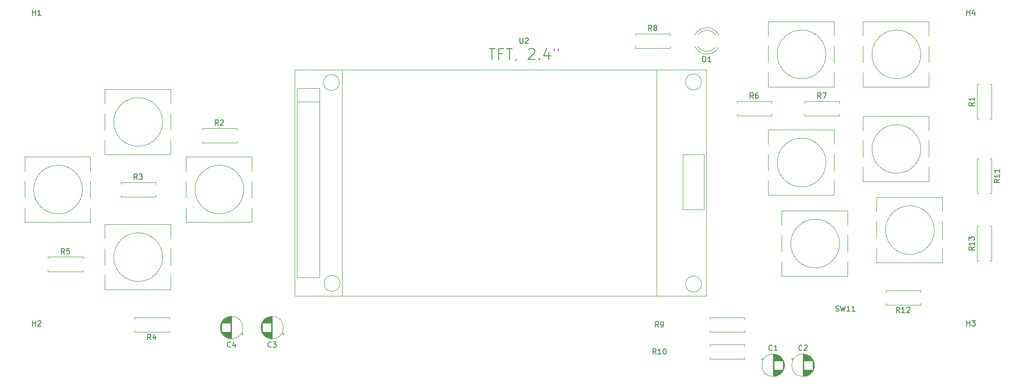
<source format=gbr>
%TF.GenerationSoftware,KiCad,Pcbnew,7.0.5-0*%
%TF.CreationDate,2023-06-25T23:04:33+03:00*%
%TF.ProjectId,esp32_game,65737033-325f-4676-916d-652e6b696361,rev?*%
%TF.SameCoordinates,Original*%
%TF.FileFunction,Legend,Top*%
%TF.FilePolarity,Positive*%
%FSLAX46Y46*%
G04 Gerber Fmt 4.6, Leading zero omitted, Abs format (unit mm)*
G04 Created by KiCad (PCBNEW 7.0.5-0) date 2023-06-25 23:04:33*
%MOMM*%
%LPD*%
G01*
G04 APERTURE LIST*
%ADD10C,0.150000*%
%ADD11C,0.120000*%
G04 APERTURE END LIST*
D10*
%TO.C,U2*%
X138938095Y-29934819D02*
X138938095Y-30744342D01*
X138938095Y-30744342D02*
X138985714Y-30839580D01*
X138985714Y-30839580D02*
X139033333Y-30887200D01*
X139033333Y-30887200D02*
X139128571Y-30934819D01*
X139128571Y-30934819D02*
X139319047Y-30934819D01*
X139319047Y-30934819D02*
X139414285Y-30887200D01*
X139414285Y-30887200D02*
X139461904Y-30839580D01*
X139461904Y-30839580D02*
X139509523Y-30744342D01*
X139509523Y-30744342D02*
X139509523Y-29934819D01*
X139938095Y-30030057D02*
X139985714Y-29982438D01*
X139985714Y-29982438D02*
X140080952Y-29934819D01*
X140080952Y-29934819D02*
X140319047Y-29934819D01*
X140319047Y-29934819D02*
X140414285Y-29982438D01*
X140414285Y-29982438D02*
X140461904Y-30030057D01*
X140461904Y-30030057D02*
X140509523Y-30125295D01*
X140509523Y-30125295D02*
X140509523Y-30220533D01*
X140509523Y-30220533D02*
X140461904Y-30363390D01*
X140461904Y-30363390D02*
X139890476Y-30934819D01*
X139890476Y-30934819D02*
X140509523Y-30934819D01*
X133128570Y-31937438D02*
X134271427Y-31937438D01*
X133699998Y-33937438D02*
X133699998Y-31937438D01*
X135604761Y-32889819D02*
X134938094Y-32889819D01*
X134938094Y-33937438D02*
X134938094Y-31937438D01*
X134938094Y-31937438D02*
X135890475Y-31937438D01*
X136366666Y-31937438D02*
X137509523Y-31937438D01*
X136938094Y-33937438D02*
X136938094Y-31937438D01*
X138271428Y-33842200D02*
X138271428Y-33937438D01*
X138271428Y-33937438D02*
X138176190Y-34127914D01*
X138176190Y-34127914D02*
X138080952Y-34223152D01*
X140557143Y-32127914D02*
X140652381Y-32032676D01*
X140652381Y-32032676D02*
X140842857Y-31937438D01*
X140842857Y-31937438D02*
X141319048Y-31937438D01*
X141319048Y-31937438D02*
X141509524Y-32032676D01*
X141509524Y-32032676D02*
X141604762Y-32127914D01*
X141604762Y-32127914D02*
X141700000Y-32318390D01*
X141700000Y-32318390D02*
X141700000Y-32508866D01*
X141700000Y-32508866D02*
X141604762Y-32794580D01*
X141604762Y-32794580D02*
X140461905Y-33937438D01*
X140461905Y-33937438D02*
X141700000Y-33937438D01*
X142557143Y-33746961D02*
X142652381Y-33842200D01*
X142652381Y-33842200D02*
X142557143Y-33937438D01*
X142557143Y-33937438D02*
X142461905Y-33842200D01*
X142461905Y-33842200D02*
X142557143Y-33746961D01*
X142557143Y-33746961D02*
X142557143Y-33937438D01*
X144366667Y-32604104D02*
X144366667Y-33937438D01*
X143890476Y-31842200D02*
X143414286Y-33270771D01*
X143414286Y-33270771D02*
X144652381Y-33270771D01*
X145319048Y-31937438D02*
X145319048Y-32318390D01*
X146080953Y-31937438D02*
X146080953Y-32318390D01*
%TO.C,SW11*%
X198170476Y-81227200D02*
X198313333Y-81274819D01*
X198313333Y-81274819D02*
X198551428Y-81274819D01*
X198551428Y-81274819D02*
X198646666Y-81227200D01*
X198646666Y-81227200D02*
X198694285Y-81179580D01*
X198694285Y-81179580D02*
X198741904Y-81084342D01*
X198741904Y-81084342D02*
X198741904Y-80989104D01*
X198741904Y-80989104D02*
X198694285Y-80893866D01*
X198694285Y-80893866D02*
X198646666Y-80846247D01*
X198646666Y-80846247D02*
X198551428Y-80798628D01*
X198551428Y-80798628D02*
X198360952Y-80751009D01*
X198360952Y-80751009D02*
X198265714Y-80703390D01*
X198265714Y-80703390D02*
X198218095Y-80655771D01*
X198218095Y-80655771D02*
X198170476Y-80560533D01*
X198170476Y-80560533D02*
X198170476Y-80465295D01*
X198170476Y-80465295D02*
X198218095Y-80370057D01*
X198218095Y-80370057D02*
X198265714Y-80322438D01*
X198265714Y-80322438D02*
X198360952Y-80274819D01*
X198360952Y-80274819D02*
X198599047Y-80274819D01*
X198599047Y-80274819D02*
X198741904Y-80322438D01*
X199075238Y-80274819D02*
X199313333Y-81274819D01*
X199313333Y-81274819D02*
X199503809Y-80560533D01*
X199503809Y-80560533D02*
X199694285Y-81274819D01*
X199694285Y-81274819D02*
X199932381Y-80274819D01*
X200837142Y-81274819D02*
X200265714Y-81274819D01*
X200551428Y-81274819D02*
X200551428Y-80274819D01*
X200551428Y-80274819D02*
X200456190Y-80417676D01*
X200456190Y-80417676D02*
X200360952Y-80512914D01*
X200360952Y-80512914D02*
X200265714Y-80560533D01*
X201789523Y-81274819D02*
X201218095Y-81274819D01*
X201503809Y-81274819D02*
X201503809Y-80274819D01*
X201503809Y-80274819D02*
X201408571Y-80417676D01*
X201408571Y-80417676D02*
X201313333Y-80512914D01*
X201313333Y-80512914D02*
X201218095Y-80560533D01*
%TO.C,H4*%
X222758095Y-25634819D02*
X222758095Y-24634819D01*
X222758095Y-25111009D02*
X223329523Y-25111009D01*
X223329523Y-25634819D02*
X223329523Y-24634819D01*
X224234285Y-24968152D02*
X224234285Y-25634819D01*
X223996190Y-24587200D02*
X223758095Y-25301485D01*
X223758095Y-25301485D02*
X224377142Y-25301485D01*
%TO.C,H3*%
X222758095Y-84054819D02*
X222758095Y-83054819D01*
X222758095Y-83531009D02*
X223329523Y-83531009D01*
X223329523Y-84054819D02*
X223329523Y-83054819D01*
X223710476Y-83054819D02*
X224329523Y-83054819D01*
X224329523Y-83054819D02*
X223996190Y-83435771D01*
X223996190Y-83435771D02*
X224139047Y-83435771D01*
X224139047Y-83435771D02*
X224234285Y-83483390D01*
X224234285Y-83483390D02*
X224281904Y-83531009D01*
X224281904Y-83531009D02*
X224329523Y-83626247D01*
X224329523Y-83626247D02*
X224329523Y-83864342D01*
X224329523Y-83864342D02*
X224281904Y-83959580D01*
X224281904Y-83959580D02*
X224234285Y-84007200D01*
X224234285Y-84007200D02*
X224139047Y-84054819D01*
X224139047Y-84054819D02*
X223853333Y-84054819D01*
X223853333Y-84054819D02*
X223758095Y-84007200D01*
X223758095Y-84007200D02*
X223710476Y-83959580D01*
%TO.C,H2*%
X47498095Y-84054819D02*
X47498095Y-83054819D01*
X47498095Y-83531009D02*
X48069523Y-83531009D01*
X48069523Y-84054819D02*
X48069523Y-83054819D01*
X48498095Y-83150057D02*
X48545714Y-83102438D01*
X48545714Y-83102438D02*
X48640952Y-83054819D01*
X48640952Y-83054819D02*
X48879047Y-83054819D01*
X48879047Y-83054819D02*
X48974285Y-83102438D01*
X48974285Y-83102438D02*
X49021904Y-83150057D01*
X49021904Y-83150057D02*
X49069523Y-83245295D01*
X49069523Y-83245295D02*
X49069523Y-83340533D01*
X49069523Y-83340533D02*
X49021904Y-83483390D01*
X49021904Y-83483390D02*
X48450476Y-84054819D01*
X48450476Y-84054819D02*
X49069523Y-84054819D01*
%TO.C,H1*%
X47498095Y-25634819D02*
X47498095Y-24634819D01*
X47498095Y-25111009D02*
X48069523Y-25111009D01*
X48069523Y-25634819D02*
X48069523Y-24634819D01*
X49069523Y-25634819D02*
X48498095Y-25634819D01*
X48783809Y-25634819D02*
X48783809Y-24634819D01*
X48783809Y-24634819D02*
X48688571Y-24777676D01*
X48688571Y-24777676D02*
X48593333Y-24872914D01*
X48593333Y-24872914D02*
X48498095Y-24920533D01*
%TO.C,R8*%
X163663333Y-28564819D02*
X163330000Y-28088628D01*
X163091905Y-28564819D02*
X163091905Y-27564819D01*
X163091905Y-27564819D02*
X163472857Y-27564819D01*
X163472857Y-27564819D02*
X163568095Y-27612438D01*
X163568095Y-27612438D02*
X163615714Y-27660057D01*
X163615714Y-27660057D02*
X163663333Y-27755295D01*
X163663333Y-27755295D02*
X163663333Y-27898152D01*
X163663333Y-27898152D02*
X163615714Y-27993390D01*
X163615714Y-27993390D02*
X163568095Y-28041009D01*
X163568095Y-28041009D02*
X163472857Y-28088628D01*
X163472857Y-28088628D02*
X163091905Y-28088628D01*
X164234762Y-27993390D02*
X164139524Y-27945771D01*
X164139524Y-27945771D02*
X164091905Y-27898152D01*
X164091905Y-27898152D02*
X164044286Y-27802914D01*
X164044286Y-27802914D02*
X164044286Y-27755295D01*
X164044286Y-27755295D02*
X164091905Y-27660057D01*
X164091905Y-27660057D02*
X164139524Y-27612438D01*
X164139524Y-27612438D02*
X164234762Y-27564819D01*
X164234762Y-27564819D02*
X164425238Y-27564819D01*
X164425238Y-27564819D02*
X164520476Y-27612438D01*
X164520476Y-27612438D02*
X164568095Y-27660057D01*
X164568095Y-27660057D02*
X164615714Y-27755295D01*
X164615714Y-27755295D02*
X164615714Y-27802914D01*
X164615714Y-27802914D02*
X164568095Y-27898152D01*
X164568095Y-27898152D02*
X164520476Y-27945771D01*
X164520476Y-27945771D02*
X164425238Y-27993390D01*
X164425238Y-27993390D02*
X164234762Y-27993390D01*
X164234762Y-27993390D02*
X164139524Y-28041009D01*
X164139524Y-28041009D02*
X164091905Y-28088628D01*
X164091905Y-28088628D02*
X164044286Y-28183866D01*
X164044286Y-28183866D02*
X164044286Y-28374342D01*
X164044286Y-28374342D02*
X164091905Y-28469580D01*
X164091905Y-28469580D02*
X164139524Y-28517200D01*
X164139524Y-28517200D02*
X164234762Y-28564819D01*
X164234762Y-28564819D02*
X164425238Y-28564819D01*
X164425238Y-28564819D02*
X164520476Y-28517200D01*
X164520476Y-28517200D02*
X164568095Y-28469580D01*
X164568095Y-28469580D02*
X164615714Y-28374342D01*
X164615714Y-28374342D02*
X164615714Y-28183866D01*
X164615714Y-28183866D02*
X164568095Y-28088628D01*
X164568095Y-28088628D02*
X164520476Y-28041009D01*
X164520476Y-28041009D02*
X164425238Y-27993390D01*
%TO.C,R12*%
X210177142Y-81564819D02*
X209843809Y-81088628D01*
X209605714Y-81564819D02*
X209605714Y-80564819D01*
X209605714Y-80564819D02*
X209986666Y-80564819D01*
X209986666Y-80564819D02*
X210081904Y-80612438D01*
X210081904Y-80612438D02*
X210129523Y-80660057D01*
X210129523Y-80660057D02*
X210177142Y-80755295D01*
X210177142Y-80755295D02*
X210177142Y-80898152D01*
X210177142Y-80898152D02*
X210129523Y-80993390D01*
X210129523Y-80993390D02*
X210081904Y-81041009D01*
X210081904Y-81041009D02*
X209986666Y-81088628D01*
X209986666Y-81088628D02*
X209605714Y-81088628D01*
X211129523Y-81564819D02*
X210558095Y-81564819D01*
X210843809Y-81564819D02*
X210843809Y-80564819D01*
X210843809Y-80564819D02*
X210748571Y-80707676D01*
X210748571Y-80707676D02*
X210653333Y-80802914D01*
X210653333Y-80802914D02*
X210558095Y-80850533D01*
X211510476Y-80660057D02*
X211558095Y-80612438D01*
X211558095Y-80612438D02*
X211653333Y-80564819D01*
X211653333Y-80564819D02*
X211891428Y-80564819D01*
X211891428Y-80564819D02*
X211986666Y-80612438D01*
X211986666Y-80612438D02*
X212034285Y-80660057D01*
X212034285Y-80660057D02*
X212081904Y-80755295D01*
X212081904Y-80755295D02*
X212081904Y-80850533D01*
X212081904Y-80850533D02*
X212034285Y-80993390D01*
X212034285Y-80993390D02*
X211462857Y-81564819D01*
X211462857Y-81564819D02*
X212081904Y-81564819D01*
%TO.C,R9*%
X164933333Y-84274819D02*
X164600000Y-83798628D01*
X164361905Y-84274819D02*
X164361905Y-83274819D01*
X164361905Y-83274819D02*
X164742857Y-83274819D01*
X164742857Y-83274819D02*
X164838095Y-83322438D01*
X164838095Y-83322438D02*
X164885714Y-83370057D01*
X164885714Y-83370057D02*
X164933333Y-83465295D01*
X164933333Y-83465295D02*
X164933333Y-83608152D01*
X164933333Y-83608152D02*
X164885714Y-83703390D01*
X164885714Y-83703390D02*
X164838095Y-83751009D01*
X164838095Y-83751009D02*
X164742857Y-83798628D01*
X164742857Y-83798628D02*
X164361905Y-83798628D01*
X165409524Y-84274819D02*
X165600000Y-84274819D01*
X165600000Y-84274819D02*
X165695238Y-84227200D01*
X165695238Y-84227200D02*
X165742857Y-84179580D01*
X165742857Y-84179580D02*
X165838095Y-84036723D01*
X165838095Y-84036723D02*
X165885714Y-83846247D01*
X165885714Y-83846247D02*
X165885714Y-83465295D01*
X165885714Y-83465295D02*
X165838095Y-83370057D01*
X165838095Y-83370057D02*
X165790476Y-83322438D01*
X165790476Y-83322438D02*
X165695238Y-83274819D01*
X165695238Y-83274819D02*
X165504762Y-83274819D01*
X165504762Y-83274819D02*
X165409524Y-83322438D01*
X165409524Y-83322438D02*
X165361905Y-83370057D01*
X165361905Y-83370057D02*
X165314286Y-83465295D01*
X165314286Y-83465295D02*
X165314286Y-83703390D01*
X165314286Y-83703390D02*
X165361905Y-83798628D01*
X165361905Y-83798628D02*
X165409524Y-83846247D01*
X165409524Y-83846247D02*
X165504762Y-83893866D01*
X165504762Y-83893866D02*
X165695238Y-83893866D01*
X165695238Y-83893866D02*
X165790476Y-83846247D01*
X165790476Y-83846247D02*
X165838095Y-83798628D01*
X165838095Y-83798628D02*
X165885714Y-83703390D01*
%TO.C,R4*%
X69683333Y-86644819D02*
X69350000Y-86168628D01*
X69111905Y-86644819D02*
X69111905Y-85644819D01*
X69111905Y-85644819D02*
X69492857Y-85644819D01*
X69492857Y-85644819D02*
X69588095Y-85692438D01*
X69588095Y-85692438D02*
X69635714Y-85740057D01*
X69635714Y-85740057D02*
X69683333Y-85835295D01*
X69683333Y-85835295D02*
X69683333Y-85978152D01*
X69683333Y-85978152D02*
X69635714Y-86073390D01*
X69635714Y-86073390D02*
X69588095Y-86121009D01*
X69588095Y-86121009D02*
X69492857Y-86168628D01*
X69492857Y-86168628D02*
X69111905Y-86168628D01*
X70540476Y-85978152D02*
X70540476Y-86644819D01*
X70302381Y-85597200D02*
X70064286Y-86311485D01*
X70064286Y-86311485D02*
X70683333Y-86311485D01*
%TO.C,R3*%
X67143333Y-56504819D02*
X66810000Y-56028628D01*
X66571905Y-56504819D02*
X66571905Y-55504819D01*
X66571905Y-55504819D02*
X66952857Y-55504819D01*
X66952857Y-55504819D02*
X67048095Y-55552438D01*
X67048095Y-55552438D02*
X67095714Y-55600057D01*
X67095714Y-55600057D02*
X67143333Y-55695295D01*
X67143333Y-55695295D02*
X67143333Y-55838152D01*
X67143333Y-55838152D02*
X67095714Y-55933390D01*
X67095714Y-55933390D02*
X67048095Y-55981009D01*
X67048095Y-55981009D02*
X66952857Y-56028628D01*
X66952857Y-56028628D02*
X66571905Y-56028628D01*
X67476667Y-55504819D02*
X68095714Y-55504819D01*
X68095714Y-55504819D02*
X67762381Y-55885771D01*
X67762381Y-55885771D02*
X67905238Y-55885771D01*
X67905238Y-55885771D02*
X68000476Y-55933390D01*
X68000476Y-55933390D02*
X68048095Y-55981009D01*
X68048095Y-55981009D02*
X68095714Y-56076247D01*
X68095714Y-56076247D02*
X68095714Y-56314342D01*
X68095714Y-56314342D02*
X68048095Y-56409580D01*
X68048095Y-56409580D02*
X68000476Y-56457200D01*
X68000476Y-56457200D02*
X67905238Y-56504819D01*
X67905238Y-56504819D02*
X67619524Y-56504819D01*
X67619524Y-56504819D02*
X67524286Y-56457200D01*
X67524286Y-56457200D02*
X67476667Y-56409580D01*
%TO.C,R7*%
X195413333Y-41264819D02*
X195080000Y-40788628D01*
X194841905Y-41264819D02*
X194841905Y-40264819D01*
X194841905Y-40264819D02*
X195222857Y-40264819D01*
X195222857Y-40264819D02*
X195318095Y-40312438D01*
X195318095Y-40312438D02*
X195365714Y-40360057D01*
X195365714Y-40360057D02*
X195413333Y-40455295D01*
X195413333Y-40455295D02*
X195413333Y-40598152D01*
X195413333Y-40598152D02*
X195365714Y-40693390D01*
X195365714Y-40693390D02*
X195318095Y-40741009D01*
X195318095Y-40741009D02*
X195222857Y-40788628D01*
X195222857Y-40788628D02*
X194841905Y-40788628D01*
X195746667Y-40264819D02*
X196413333Y-40264819D01*
X196413333Y-40264819D02*
X195984762Y-41264819D01*
%TO.C,R1*%
X224144819Y-42076666D02*
X223668628Y-42409999D01*
X224144819Y-42648094D02*
X223144819Y-42648094D01*
X223144819Y-42648094D02*
X223144819Y-42267142D01*
X223144819Y-42267142D02*
X223192438Y-42171904D01*
X223192438Y-42171904D02*
X223240057Y-42124285D01*
X223240057Y-42124285D02*
X223335295Y-42076666D01*
X223335295Y-42076666D02*
X223478152Y-42076666D01*
X223478152Y-42076666D02*
X223573390Y-42124285D01*
X223573390Y-42124285D02*
X223621009Y-42171904D01*
X223621009Y-42171904D02*
X223668628Y-42267142D01*
X223668628Y-42267142D02*
X223668628Y-42648094D01*
X224144819Y-41124285D02*
X224144819Y-41695713D01*
X224144819Y-41409999D02*
X223144819Y-41409999D01*
X223144819Y-41409999D02*
X223287676Y-41505237D01*
X223287676Y-41505237D02*
X223382914Y-41600475D01*
X223382914Y-41600475D02*
X223430533Y-41695713D01*
%TO.C,R11*%
X228884819Y-56522857D02*
X228408628Y-56856190D01*
X228884819Y-57094285D02*
X227884819Y-57094285D01*
X227884819Y-57094285D02*
X227884819Y-56713333D01*
X227884819Y-56713333D02*
X227932438Y-56618095D01*
X227932438Y-56618095D02*
X227980057Y-56570476D01*
X227980057Y-56570476D02*
X228075295Y-56522857D01*
X228075295Y-56522857D02*
X228218152Y-56522857D01*
X228218152Y-56522857D02*
X228313390Y-56570476D01*
X228313390Y-56570476D02*
X228361009Y-56618095D01*
X228361009Y-56618095D02*
X228408628Y-56713333D01*
X228408628Y-56713333D02*
X228408628Y-57094285D01*
X228884819Y-55570476D02*
X228884819Y-56141904D01*
X228884819Y-55856190D02*
X227884819Y-55856190D01*
X227884819Y-55856190D02*
X228027676Y-55951428D01*
X228027676Y-55951428D02*
X228122914Y-56046666D01*
X228122914Y-56046666D02*
X228170533Y-56141904D01*
X228884819Y-54618095D02*
X228884819Y-55189523D01*
X228884819Y-54903809D02*
X227884819Y-54903809D01*
X227884819Y-54903809D02*
X228027676Y-54999047D01*
X228027676Y-54999047D02*
X228122914Y-55094285D01*
X228122914Y-55094285D02*
X228170533Y-55189523D01*
%TO.C,R10*%
X164457142Y-89354819D02*
X164123809Y-88878628D01*
X163885714Y-89354819D02*
X163885714Y-88354819D01*
X163885714Y-88354819D02*
X164266666Y-88354819D01*
X164266666Y-88354819D02*
X164361904Y-88402438D01*
X164361904Y-88402438D02*
X164409523Y-88450057D01*
X164409523Y-88450057D02*
X164457142Y-88545295D01*
X164457142Y-88545295D02*
X164457142Y-88688152D01*
X164457142Y-88688152D02*
X164409523Y-88783390D01*
X164409523Y-88783390D02*
X164361904Y-88831009D01*
X164361904Y-88831009D02*
X164266666Y-88878628D01*
X164266666Y-88878628D02*
X163885714Y-88878628D01*
X165409523Y-89354819D02*
X164838095Y-89354819D01*
X165123809Y-89354819D02*
X165123809Y-88354819D01*
X165123809Y-88354819D02*
X165028571Y-88497676D01*
X165028571Y-88497676D02*
X164933333Y-88592914D01*
X164933333Y-88592914D02*
X164838095Y-88640533D01*
X166028571Y-88354819D02*
X166123809Y-88354819D01*
X166123809Y-88354819D02*
X166219047Y-88402438D01*
X166219047Y-88402438D02*
X166266666Y-88450057D01*
X166266666Y-88450057D02*
X166314285Y-88545295D01*
X166314285Y-88545295D02*
X166361904Y-88735771D01*
X166361904Y-88735771D02*
X166361904Y-88973866D01*
X166361904Y-88973866D02*
X166314285Y-89164342D01*
X166314285Y-89164342D02*
X166266666Y-89259580D01*
X166266666Y-89259580D02*
X166219047Y-89307200D01*
X166219047Y-89307200D02*
X166123809Y-89354819D01*
X166123809Y-89354819D02*
X166028571Y-89354819D01*
X166028571Y-89354819D02*
X165933333Y-89307200D01*
X165933333Y-89307200D02*
X165885714Y-89259580D01*
X165885714Y-89259580D02*
X165838095Y-89164342D01*
X165838095Y-89164342D02*
X165790476Y-88973866D01*
X165790476Y-88973866D02*
X165790476Y-88735771D01*
X165790476Y-88735771D02*
X165838095Y-88545295D01*
X165838095Y-88545295D02*
X165885714Y-88450057D01*
X165885714Y-88450057D02*
X165933333Y-88402438D01*
X165933333Y-88402438D02*
X166028571Y-88354819D01*
%TO.C,C2*%
X191873333Y-88549580D02*
X191825714Y-88597200D01*
X191825714Y-88597200D02*
X191682857Y-88644819D01*
X191682857Y-88644819D02*
X191587619Y-88644819D01*
X191587619Y-88644819D02*
X191444762Y-88597200D01*
X191444762Y-88597200D02*
X191349524Y-88501961D01*
X191349524Y-88501961D02*
X191301905Y-88406723D01*
X191301905Y-88406723D02*
X191254286Y-88216247D01*
X191254286Y-88216247D02*
X191254286Y-88073390D01*
X191254286Y-88073390D02*
X191301905Y-87882914D01*
X191301905Y-87882914D02*
X191349524Y-87787676D01*
X191349524Y-87787676D02*
X191444762Y-87692438D01*
X191444762Y-87692438D02*
X191587619Y-87644819D01*
X191587619Y-87644819D02*
X191682857Y-87644819D01*
X191682857Y-87644819D02*
X191825714Y-87692438D01*
X191825714Y-87692438D02*
X191873333Y-87740057D01*
X192254286Y-87740057D02*
X192301905Y-87692438D01*
X192301905Y-87692438D02*
X192397143Y-87644819D01*
X192397143Y-87644819D02*
X192635238Y-87644819D01*
X192635238Y-87644819D02*
X192730476Y-87692438D01*
X192730476Y-87692438D02*
X192778095Y-87740057D01*
X192778095Y-87740057D02*
X192825714Y-87835295D01*
X192825714Y-87835295D02*
X192825714Y-87930533D01*
X192825714Y-87930533D02*
X192778095Y-88073390D01*
X192778095Y-88073390D02*
X192206667Y-88644819D01*
X192206667Y-88644819D02*
X192825714Y-88644819D01*
%TO.C,R6*%
X182713333Y-41264819D02*
X182380000Y-40788628D01*
X182141905Y-41264819D02*
X182141905Y-40264819D01*
X182141905Y-40264819D02*
X182522857Y-40264819D01*
X182522857Y-40264819D02*
X182618095Y-40312438D01*
X182618095Y-40312438D02*
X182665714Y-40360057D01*
X182665714Y-40360057D02*
X182713333Y-40455295D01*
X182713333Y-40455295D02*
X182713333Y-40598152D01*
X182713333Y-40598152D02*
X182665714Y-40693390D01*
X182665714Y-40693390D02*
X182618095Y-40741009D01*
X182618095Y-40741009D02*
X182522857Y-40788628D01*
X182522857Y-40788628D02*
X182141905Y-40788628D01*
X183570476Y-40264819D02*
X183380000Y-40264819D01*
X183380000Y-40264819D02*
X183284762Y-40312438D01*
X183284762Y-40312438D02*
X183237143Y-40360057D01*
X183237143Y-40360057D02*
X183141905Y-40502914D01*
X183141905Y-40502914D02*
X183094286Y-40693390D01*
X183094286Y-40693390D02*
X183094286Y-41074342D01*
X183094286Y-41074342D02*
X183141905Y-41169580D01*
X183141905Y-41169580D02*
X183189524Y-41217200D01*
X183189524Y-41217200D02*
X183284762Y-41264819D01*
X183284762Y-41264819D02*
X183475238Y-41264819D01*
X183475238Y-41264819D02*
X183570476Y-41217200D01*
X183570476Y-41217200D02*
X183618095Y-41169580D01*
X183618095Y-41169580D02*
X183665714Y-41074342D01*
X183665714Y-41074342D02*
X183665714Y-40836247D01*
X183665714Y-40836247D02*
X183618095Y-40741009D01*
X183618095Y-40741009D02*
X183570476Y-40693390D01*
X183570476Y-40693390D02*
X183475238Y-40645771D01*
X183475238Y-40645771D02*
X183284762Y-40645771D01*
X183284762Y-40645771D02*
X183189524Y-40693390D01*
X183189524Y-40693390D02*
X183141905Y-40741009D01*
X183141905Y-40741009D02*
X183094286Y-40836247D01*
%TO.C,R2*%
X82383333Y-46344819D02*
X82050000Y-45868628D01*
X81811905Y-46344819D02*
X81811905Y-45344819D01*
X81811905Y-45344819D02*
X82192857Y-45344819D01*
X82192857Y-45344819D02*
X82288095Y-45392438D01*
X82288095Y-45392438D02*
X82335714Y-45440057D01*
X82335714Y-45440057D02*
X82383333Y-45535295D01*
X82383333Y-45535295D02*
X82383333Y-45678152D01*
X82383333Y-45678152D02*
X82335714Y-45773390D01*
X82335714Y-45773390D02*
X82288095Y-45821009D01*
X82288095Y-45821009D02*
X82192857Y-45868628D01*
X82192857Y-45868628D02*
X81811905Y-45868628D01*
X82764286Y-45440057D02*
X82811905Y-45392438D01*
X82811905Y-45392438D02*
X82907143Y-45344819D01*
X82907143Y-45344819D02*
X83145238Y-45344819D01*
X83145238Y-45344819D02*
X83240476Y-45392438D01*
X83240476Y-45392438D02*
X83288095Y-45440057D01*
X83288095Y-45440057D02*
X83335714Y-45535295D01*
X83335714Y-45535295D02*
X83335714Y-45630533D01*
X83335714Y-45630533D02*
X83288095Y-45773390D01*
X83288095Y-45773390D02*
X82716667Y-46344819D01*
X82716667Y-46344819D02*
X83335714Y-46344819D01*
%TO.C,R5*%
X53494333Y-70524819D02*
X53161000Y-70048628D01*
X52922905Y-70524819D02*
X52922905Y-69524819D01*
X52922905Y-69524819D02*
X53303857Y-69524819D01*
X53303857Y-69524819D02*
X53399095Y-69572438D01*
X53399095Y-69572438D02*
X53446714Y-69620057D01*
X53446714Y-69620057D02*
X53494333Y-69715295D01*
X53494333Y-69715295D02*
X53494333Y-69858152D01*
X53494333Y-69858152D02*
X53446714Y-69953390D01*
X53446714Y-69953390D02*
X53399095Y-70001009D01*
X53399095Y-70001009D02*
X53303857Y-70048628D01*
X53303857Y-70048628D02*
X52922905Y-70048628D01*
X54399095Y-69524819D02*
X53922905Y-69524819D01*
X53922905Y-69524819D02*
X53875286Y-70001009D01*
X53875286Y-70001009D02*
X53922905Y-69953390D01*
X53922905Y-69953390D02*
X54018143Y-69905771D01*
X54018143Y-69905771D02*
X54256238Y-69905771D01*
X54256238Y-69905771D02*
X54351476Y-69953390D01*
X54351476Y-69953390D02*
X54399095Y-70001009D01*
X54399095Y-70001009D02*
X54446714Y-70096247D01*
X54446714Y-70096247D02*
X54446714Y-70334342D01*
X54446714Y-70334342D02*
X54399095Y-70429580D01*
X54399095Y-70429580D02*
X54351476Y-70477200D01*
X54351476Y-70477200D02*
X54256238Y-70524819D01*
X54256238Y-70524819D02*
X54018143Y-70524819D01*
X54018143Y-70524819D02*
X53922905Y-70477200D01*
X53922905Y-70477200D02*
X53875286Y-70429580D01*
%TO.C,C4*%
X84653333Y-87969580D02*
X84605714Y-88017200D01*
X84605714Y-88017200D02*
X84462857Y-88064819D01*
X84462857Y-88064819D02*
X84367619Y-88064819D01*
X84367619Y-88064819D02*
X84224762Y-88017200D01*
X84224762Y-88017200D02*
X84129524Y-87921961D01*
X84129524Y-87921961D02*
X84081905Y-87826723D01*
X84081905Y-87826723D02*
X84034286Y-87636247D01*
X84034286Y-87636247D02*
X84034286Y-87493390D01*
X84034286Y-87493390D02*
X84081905Y-87302914D01*
X84081905Y-87302914D02*
X84129524Y-87207676D01*
X84129524Y-87207676D02*
X84224762Y-87112438D01*
X84224762Y-87112438D02*
X84367619Y-87064819D01*
X84367619Y-87064819D02*
X84462857Y-87064819D01*
X84462857Y-87064819D02*
X84605714Y-87112438D01*
X84605714Y-87112438D02*
X84653333Y-87160057D01*
X85510476Y-87398152D02*
X85510476Y-88064819D01*
X85272381Y-87017200D02*
X85034286Y-87731485D01*
X85034286Y-87731485D02*
X85653333Y-87731485D01*
%TO.C,D1*%
X173251905Y-34394819D02*
X173251905Y-33394819D01*
X173251905Y-33394819D02*
X173490000Y-33394819D01*
X173490000Y-33394819D02*
X173632857Y-33442438D01*
X173632857Y-33442438D02*
X173728095Y-33537676D01*
X173728095Y-33537676D02*
X173775714Y-33632914D01*
X173775714Y-33632914D02*
X173823333Y-33823390D01*
X173823333Y-33823390D02*
X173823333Y-33966247D01*
X173823333Y-33966247D02*
X173775714Y-34156723D01*
X173775714Y-34156723D02*
X173728095Y-34251961D01*
X173728095Y-34251961D02*
X173632857Y-34347200D01*
X173632857Y-34347200D02*
X173490000Y-34394819D01*
X173490000Y-34394819D02*
X173251905Y-34394819D01*
X174775714Y-34394819D02*
X174204286Y-34394819D01*
X174490000Y-34394819D02*
X174490000Y-33394819D01*
X174490000Y-33394819D02*
X174394762Y-33537676D01*
X174394762Y-33537676D02*
X174299524Y-33632914D01*
X174299524Y-33632914D02*
X174204286Y-33680533D01*
%TO.C,C1*%
X186253333Y-88549580D02*
X186205714Y-88597200D01*
X186205714Y-88597200D02*
X186062857Y-88644819D01*
X186062857Y-88644819D02*
X185967619Y-88644819D01*
X185967619Y-88644819D02*
X185824762Y-88597200D01*
X185824762Y-88597200D02*
X185729524Y-88501961D01*
X185729524Y-88501961D02*
X185681905Y-88406723D01*
X185681905Y-88406723D02*
X185634286Y-88216247D01*
X185634286Y-88216247D02*
X185634286Y-88073390D01*
X185634286Y-88073390D02*
X185681905Y-87882914D01*
X185681905Y-87882914D02*
X185729524Y-87787676D01*
X185729524Y-87787676D02*
X185824762Y-87692438D01*
X185824762Y-87692438D02*
X185967619Y-87644819D01*
X185967619Y-87644819D02*
X186062857Y-87644819D01*
X186062857Y-87644819D02*
X186205714Y-87692438D01*
X186205714Y-87692438D02*
X186253333Y-87740057D01*
X187205714Y-88644819D02*
X186634286Y-88644819D01*
X186920000Y-88644819D02*
X186920000Y-87644819D01*
X186920000Y-87644819D02*
X186824762Y-87787676D01*
X186824762Y-87787676D02*
X186729524Y-87882914D01*
X186729524Y-87882914D02*
X186634286Y-87930533D01*
%TO.C,R13*%
X224144819Y-69222857D02*
X223668628Y-69556190D01*
X224144819Y-69794285D02*
X223144819Y-69794285D01*
X223144819Y-69794285D02*
X223144819Y-69413333D01*
X223144819Y-69413333D02*
X223192438Y-69318095D01*
X223192438Y-69318095D02*
X223240057Y-69270476D01*
X223240057Y-69270476D02*
X223335295Y-69222857D01*
X223335295Y-69222857D02*
X223478152Y-69222857D01*
X223478152Y-69222857D02*
X223573390Y-69270476D01*
X223573390Y-69270476D02*
X223621009Y-69318095D01*
X223621009Y-69318095D02*
X223668628Y-69413333D01*
X223668628Y-69413333D02*
X223668628Y-69794285D01*
X224144819Y-68270476D02*
X224144819Y-68841904D01*
X224144819Y-68556190D02*
X223144819Y-68556190D01*
X223144819Y-68556190D02*
X223287676Y-68651428D01*
X223287676Y-68651428D02*
X223382914Y-68746666D01*
X223382914Y-68746666D02*
X223430533Y-68841904D01*
X223144819Y-67937142D02*
X223144819Y-67318095D01*
X223144819Y-67318095D02*
X223525771Y-67651428D01*
X223525771Y-67651428D02*
X223525771Y-67508571D01*
X223525771Y-67508571D02*
X223573390Y-67413333D01*
X223573390Y-67413333D02*
X223621009Y-67365714D01*
X223621009Y-67365714D02*
X223716247Y-67318095D01*
X223716247Y-67318095D02*
X223954342Y-67318095D01*
X223954342Y-67318095D02*
X224049580Y-67365714D01*
X224049580Y-67365714D02*
X224097200Y-67413333D01*
X224097200Y-67413333D02*
X224144819Y-67508571D01*
X224144819Y-67508571D02*
X224144819Y-67794285D01*
X224144819Y-67794285D02*
X224097200Y-67889523D01*
X224097200Y-67889523D02*
X224049580Y-67937142D01*
%TO.C,C3*%
X92273333Y-87969580D02*
X92225714Y-88017200D01*
X92225714Y-88017200D02*
X92082857Y-88064819D01*
X92082857Y-88064819D02*
X91987619Y-88064819D01*
X91987619Y-88064819D02*
X91844762Y-88017200D01*
X91844762Y-88017200D02*
X91749524Y-87921961D01*
X91749524Y-87921961D02*
X91701905Y-87826723D01*
X91701905Y-87826723D02*
X91654286Y-87636247D01*
X91654286Y-87636247D02*
X91654286Y-87493390D01*
X91654286Y-87493390D02*
X91701905Y-87302914D01*
X91701905Y-87302914D02*
X91749524Y-87207676D01*
X91749524Y-87207676D02*
X91844762Y-87112438D01*
X91844762Y-87112438D02*
X91987619Y-87064819D01*
X91987619Y-87064819D02*
X92082857Y-87064819D01*
X92082857Y-87064819D02*
X92225714Y-87112438D01*
X92225714Y-87112438D02*
X92273333Y-87160057D01*
X92606667Y-87064819D02*
X93225714Y-87064819D01*
X93225714Y-87064819D02*
X92892381Y-87445771D01*
X92892381Y-87445771D02*
X93035238Y-87445771D01*
X93035238Y-87445771D02*
X93130476Y-87493390D01*
X93130476Y-87493390D02*
X93178095Y-87541009D01*
X93178095Y-87541009D02*
X93225714Y-87636247D01*
X93225714Y-87636247D02*
X93225714Y-87874342D01*
X93225714Y-87874342D02*
X93178095Y-87969580D01*
X93178095Y-87969580D02*
X93130476Y-88017200D01*
X93130476Y-88017200D02*
X93035238Y-88064819D01*
X93035238Y-88064819D02*
X92749524Y-88064819D01*
X92749524Y-88064819D02*
X92654286Y-88017200D01*
X92654286Y-88017200D02*
X92606667Y-87969580D01*
D11*
%TO.C,SW6*%
X185520000Y-26830000D02*
X197820000Y-26830000D01*
X185520000Y-29550000D02*
X185520000Y-26830000D01*
X185520000Y-34550000D02*
X185520000Y-31410000D01*
X185520000Y-39130000D02*
X185520000Y-36410000D01*
X197820000Y-26830000D02*
X197820000Y-29550000D01*
X197820000Y-31410000D02*
X197820000Y-34550000D01*
X197820000Y-36410000D02*
X197820000Y-39130000D01*
X197820000Y-39130000D02*
X185520000Y-39130000D01*
X196349050Y-33020000D02*
G75*
G03*
X196349050Y-33020000I-4579050J0D01*
G01*
%TO.C,U2*%
X173901000Y-35950000D02*
X173901000Y-78450000D01*
X105575000Y-35950000D02*
X105575000Y-78450000D01*
X96685000Y-35950000D02*
X173901000Y-35950000D01*
X96685000Y-35950000D02*
X96685000Y-78450000D01*
X101314000Y-39390000D02*
X101314000Y-74910000D01*
X97060000Y-39390000D02*
X101314000Y-39390000D01*
X101305000Y-41910000D02*
X97060000Y-41910000D01*
X173495000Y-51855000D02*
X173505000Y-62185000D01*
X169510000Y-51855000D02*
X173495000Y-51855000D01*
X173505000Y-62185000D02*
X169510000Y-62185000D01*
X169510000Y-62185000D02*
X169510000Y-51855000D01*
X101314000Y-74910000D02*
X97060000Y-74910000D01*
X97060000Y-74910000D02*
X97060000Y-39390000D01*
X164610000Y-78450000D02*
X164610000Y-35950000D01*
X96685000Y-78450000D02*
X173901000Y-78450000D01*
X172985000Y-38175000D02*
G75*
G03*
X172985000Y-38175000I-1500000J0D01*
G01*
X105060000Y-38300000D02*
G75*
G03*
X105060000Y-38300000I-1500000J0D01*
G01*
X105185000Y-76050000D02*
G75*
G03*
X105185000Y-76050000I-1500000J0D01*
G01*
X172985000Y-76175000D02*
G75*
G03*
X172985000Y-76175000I-1500000J0D01*
G01*
%TO.C,R8*%
X160560000Y-29110000D02*
X167100000Y-29110000D01*
X160560000Y-29440000D02*
X160560000Y-29110000D01*
X160560000Y-31520000D02*
X160560000Y-31850000D01*
X160560000Y-31850000D02*
X167100000Y-31850000D01*
X167100000Y-29110000D02*
X167100000Y-29440000D01*
X167100000Y-31850000D02*
X167100000Y-31520000D01*
%TO.C,R12*%
X214090000Y-80110000D02*
X207550000Y-80110000D01*
X214090000Y-79780000D02*
X214090000Y-80110000D01*
X214090000Y-77700000D02*
X214090000Y-77370000D01*
X214090000Y-77370000D02*
X207550000Y-77370000D01*
X207550000Y-80110000D02*
X207550000Y-79780000D01*
X207550000Y-77370000D02*
X207550000Y-77700000D01*
%TO.C,SW1*%
X61060000Y-39530000D02*
X73360000Y-39530000D01*
X61060000Y-42250000D02*
X61060000Y-39530000D01*
X61060000Y-47250000D02*
X61060000Y-44110000D01*
X61060000Y-51830000D02*
X61060000Y-49110000D01*
X73360000Y-39530000D02*
X73360000Y-42250000D01*
X73360000Y-44110000D02*
X73360000Y-47250000D01*
X73360000Y-49110000D02*
X73360000Y-51830000D01*
X73360000Y-51830000D02*
X61060000Y-51830000D01*
X71889050Y-45720000D02*
G75*
G03*
X71889050Y-45720000I-4579050J0D01*
G01*
%TO.C,SW9*%
X188060000Y-62390000D02*
X200360000Y-62390000D01*
X188060000Y-65110000D02*
X188060000Y-62390000D01*
X188060000Y-70110000D02*
X188060000Y-66970000D01*
X188060000Y-74690000D02*
X188060000Y-71970000D01*
X200360000Y-62390000D02*
X200360000Y-65110000D01*
X200360000Y-66970000D02*
X200360000Y-70110000D01*
X200360000Y-71970000D02*
X200360000Y-74690000D01*
X200360000Y-74690000D02*
X188060000Y-74690000D01*
X198889050Y-68580000D02*
G75*
G03*
X198889050Y-68580000I-4579050J0D01*
G01*
%TO.C,R9*%
X181070000Y-85190000D02*
X181070000Y-84860000D01*
X181070000Y-82450000D02*
X181070000Y-82780000D01*
X174530000Y-85190000D02*
X181070000Y-85190000D01*
X174530000Y-84860000D02*
X174530000Y-85190000D01*
X174530000Y-82780000D02*
X174530000Y-82450000D01*
X174530000Y-82450000D02*
X181070000Y-82450000D01*
%TO.C,R4*%
X73120000Y-85190000D02*
X66580000Y-85190000D01*
X73120000Y-84860000D02*
X73120000Y-85190000D01*
X73120000Y-82780000D02*
X73120000Y-82450000D01*
X73120000Y-82450000D02*
X66580000Y-82450000D01*
X66580000Y-85190000D02*
X66580000Y-84860000D01*
X66580000Y-82450000D02*
X66580000Y-82780000D01*
%TO.C,R3*%
X64040000Y-57050000D02*
X70580000Y-57050000D01*
X64040000Y-57380000D02*
X64040000Y-57050000D01*
X64040000Y-59460000D02*
X64040000Y-59790000D01*
X64040000Y-59790000D02*
X70580000Y-59790000D01*
X70580000Y-57050000D02*
X70580000Y-57380000D01*
X70580000Y-59790000D02*
X70580000Y-59460000D01*
%TO.C,SW8*%
X203300000Y-44610000D02*
X215600000Y-44610000D01*
X203300000Y-47330000D02*
X203300000Y-44610000D01*
X203300000Y-52330000D02*
X203300000Y-49190000D01*
X203300000Y-56910000D02*
X203300000Y-54190000D01*
X215600000Y-44610000D02*
X215600000Y-47330000D01*
X215600000Y-49190000D02*
X215600000Y-52330000D01*
X215600000Y-54190000D02*
X215600000Y-56910000D01*
X215600000Y-56910000D02*
X203300000Y-56910000D01*
X214129050Y-50800000D02*
G75*
G03*
X214129050Y-50800000I-4579050J0D01*
G01*
%TO.C,R7*%
X192310000Y-41810000D02*
X198850000Y-41810000D01*
X192310000Y-42140000D02*
X192310000Y-41810000D01*
X192310000Y-44220000D02*
X192310000Y-44550000D01*
X192310000Y-44550000D02*
X198850000Y-44550000D01*
X198850000Y-41810000D02*
X198850000Y-42140000D01*
X198850000Y-44550000D02*
X198850000Y-44220000D01*
%TO.C,SW2*%
X61060000Y-64930000D02*
X73360000Y-64930000D01*
X61060000Y-67650000D02*
X61060000Y-64930000D01*
X61060000Y-72650000D02*
X61060000Y-69510000D01*
X61060000Y-77230000D02*
X61060000Y-74510000D01*
X73360000Y-64930000D02*
X73360000Y-67650000D01*
X73360000Y-69510000D02*
X73360000Y-72650000D01*
X73360000Y-74510000D02*
X73360000Y-77230000D01*
X73360000Y-77230000D02*
X61060000Y-77230000D01*
X71889050Y-71120000D02*
G75*
G03*
X71889050Y-71120000I-4579050J0D01*
G01*
%TO.C,R1*%
X224690000Y-45180000D02*
X224690000Y-38640000D01*
X225020000Y-45180000D02*
X224690000Y-45180000D01*
X227100000Y-45180000D02*
X227430000Y-45180000D01*
X227430000Y-45180000D02*
X227430000Y-38640000D01*
X224690000Y-38640000D02*
X225020000Y-38640000D01*
X227430000Y-38640000D02*
X227100000Y-38640000D01*
%TO.C,R11*%
X227430000Y-52610000D02*
X227430000Y-59150000D01*
X227100000Y-52610000D02*
X227430000Y-52610000D01*
X225020000Y-52610000D02*
X224690000Y-52610000D01*
X224690000Y-52610000D02*
X224690000Y-59150000D01*
X227430000Y-59150000D02*
X227100000Y-59150000D01*
X224690000Y-59150000D02*
X225020000Y-59150000D01*
%TO.C,R10*%
X174530000Y-87530000D02*
X181070000Y-87530000D01*
X174530000Y-87860000D02*
X174530000Y-87530000D01*
X174530000Y-89940000D02*
X174530000Y-90270000D01*
X174530000Y-90270000D02*
X181070000Y-90270000D01*
X181070000Y-87530000D02*
X181070000Y-87860000D01*
X181070000Y-90270000D02*
X181070000Y-89940000D01*
%TO.C,C2*%
X189770199Y-90245000D02*
X190170199Y-90245000D01*
X189970199Y-90045000D02*
X189970199Y-90445000D01*
X192040000Y-89360000D02*
X192040000Y-93520000D01*
X192080000Y-89360000D02*
X192080000Y-93520000D01*
X192120000Y-89361000D02*
X192120000Y-93519000D01*
X192160000Y-89363000D02*
X192160000Y-93517000D01*
X192200000Y-89366000D02*
X192200000Y-93514000D01*
X192240000Y-89369000D02*
X192240000Y-90600000D01*
X192240000Y-92280000D02*
X192240000Y-93511000D01*
X192280000Y-89373000D02*
X192280000Y-90600000D01*
X192280000Y-92280000D02*
X192280000Y-93507000D01*
X192320000Y-89378000D02*
X192320000Y-90600000D01*
X192320000Y-92280000D02*
X192320000Y-93502000D01*
X192360000Y-89384000D02*
X192360000Y-90600000D01*
X192360000Y-92280000D02*
X192360000Y-93496000D01*
X192400000Y-89390000D02*
X192400000Y-90600000D01*
X192400000Y-92280000D02*
X192400000Y-93490000D01*
X192440000Y-89398000D02*
X192440000Y-90600000D01*
X192440000Y-92280000D02*
X192440000Y-93482000D01*
X192480000Y-89406000D02*
X192480000Y-90600000D01*
X192480000Y-92280000D02*
X192480000Y-93474000D01*
X192520000Y-89415000D02*
X192520000Y-90600000D01*
X192520000Y-92280000D02*
X192520000Y-93465000D01*
X192560000Y-89424000D02*
X192560000Y-90600000D01*
X192560000Y-92280000D02*
X192560000Y-93456000D01*
X192600000Y-89435000D02*
X192600000Y-90600000D01*
X192600000Y-92280000D02*
X192600000Y-93445000D01*
X192640000Y-89446000D02*
X192640000Y-90600000D01*
X192640000Y-92280000D02*
X192640000Y-93434000D01*
X192680000Y-89458000D02*
X192680000Y-90600000D01*
X192680000Y-92280000D02*
X192680000Y-93422000D01*
X192720000Y-89472000D02*
X192720000Y-90600000D01*
X192720000Y-92280000D02*
X192720000Y-93408000D01*
X192761000Y-89486000D02*
X192761000Y-90600000D01*
X192761000Y-92280000D02*
X192761000Y-93394000D01*
X192801000Y-89500000D02*
X192801000Y-90600000D01*
X192801000Y-92280000D02*
X192801000Y-93380000D01*
X192841000Y-89516000D02*
X192841000Y-90600000D01*
X192841000Y-92280000D02*
X192841000Y-93364000D01*
X192881000Y-89533000D02*
X192881000Y-90600000D01*
X192881000Y-92280000D02*
X192881000Y-93347000D01*
X192921000Y-89551000D02*
X192921000Y-90600000D01*
X192921000Y-92280000D02*
X192921000Y-93329000D01*
X192961000Y-89570000D02*
X192961000Y-90600000D01*
X192961000Y-92280000D02*
X192961000Y-93310000D01*
X193001000Y-89589000D02*
X193001000Y-90600000D01*
X193001000Y-92280000D02*
X193001000Y-93291000D01*
X193041000Y-89610000D02*
X193041000Y-90600000D01*
X193041000Y-92280000D02*
X193041000Y-93270000D01*
X193081000Y-89632000D02*
X193081000Y-90600000D01*
X193081000Y-92280000D02*
X193081000Y-93248000D01*
X193121000Y-89655000D02*
X193121000Y-90600000D01*
X193121000Y-92280000D02*
X193121000Y-93225000D01*
X193161000Y-89680000D02*
X193161000Y-90600000D01*
X193161000Y-92280000D02*
X193161000Y-93200000D01*
X193201000Y-89705000D02*
X193201000Y-90600000D01*
X193201000Y-92280000D02*
X193201000Y-93175000D01*
X193241000Y-89732000D02*
X193241000Y-90600000D01*
X193241000Y-92280000D02*
X193241000Y-93148000D01*
X193281000Y-89760000D02*
X193281000Y-90600000D01*
X193281000Y-92280000D02*
X193281000Y-93120000D01*
X193321000Y-89790000D02*
X193321000Y-90600000D01*
X193321000Y-92280000D02*
X193321000Y-93090000D01*
X193361000Y-89821000D02*
X193361000Y-90600000D01*
X193361000Y-92280000D02*
X193361000Y-93059000D01*
X193401000Y-89853000D02*
X193401000Y-90600000D01*
X193401000Y-92280000D02*
X193401000Y-93027000D01*
X193441000Y-89888000D02*
X193441000Y-90600000D01*
X193441000Y-92280000D02*
X193441000Y-92992000D01*
X193481000Y-89924000D02*
X193481000Y-90600000D01*
X193481000Y-92280000D02*
X193481000Y-92956000D01*
X193521000Y-89962000D02*
X193521000Y-90600000D01*
X193521000Y-92280000D02*
X193521000Y-92918000D01*
X193561000Y-90002000D02*
X193561000Y-90600000D01*
X193561000Y-92280000D02*
X193561000Y-92878000D01*
X193601000Y-90044000D02*
X193601000Y-90600000D01*
X193601000Y-92280000D02*
X193601000Y-92836000D01*
X193641000Y-90089000D02*
X193641000Y-90600000D01*
X193641000Y-92280000D02*
X193641000Y-92791000D01*
X193681000Y-90136000D02*
X193681000Y-90600000D01*
X193681000Y-92280000D02*
X193681000Y-92744000D01*
X193721000Y-90186000D02*
X193721000Y-90600000D01*
X193721000Y-92280000D02*
X193721000Y-92694000D01*
X193761000Y-90240000D02*
X193761000Y-90600000D01*
X193761000Y-92280000D02*
X193761000Y-92640000D01*
X193801000Y-90298000D02*
X193801000Y-90600000D01*
X193801000Y-92280000D02*
X193801000Y-92582000D01*
X193841000Y-90360000D02*
X193841000Y-90600000D01*
X193841000Y-92280000D02*
X193841000Y-92520000D01*
X193881000Y-90427000D02*
X193881000Y-92453000D01*
X193921000Y-90500000D02*
X193921000Y-92380000D01*
X193961000Y-90581000D02*
X193961000Y-92299000D01*
X194001000Y-90672000D02*
X194001000Y-92208000D01*
X194041000Y-90776000D02*
X194041000Y-92104000D01*
X194081000Y-90903000D02*
X194081000Y-91977000D01*
X194121000Y-91070000D02*
X194121000Y-91810000D01*
X194160000Y-91440000D02*
G75*
G03*
X194160000Y-91440000I-2120000J0D01*
G01*
%TO.C,R6*%
X179610000Y-41810000D02*
X186150000Y-41810000D01*
X179610000Y-42140000D02*
X179610000Y-41810000D01*
X179610000Y-44220000D02*
X179610000Y-44550000D01*
X179610000Y-44550000D02*
X186150000Y-44550000D01*
X186150000Y-41810000D02*
X186150000Y-42140000D01*
X186150000Y-44550000D02*
X186150000Y-44220000D01*
%TO.C,SW5*%
X203300000Y-26830000D02*
X215600000Y-26830000D01*
X203300000Y-29550000D02*
X203300000Y-26830000D01*
X203300000Y-34550000D02*
X203300000Y-31410000D01*
X203300000Y-39130000D02*
X203300000Y-36410000D01*
X215600000Y-26830000D02*
X215600000Y-29550000D01*
X215600000Y-31410000D02*
X215600000Y-34550000D01*
X215600000Y-36410000D02*
X215600000Y-39130000D01*
X215600000Y-39130000D02*
X203300000Y-39130000D01*
X214129050Y-33020000D02*
G75*
G03*
X214129050Y-33020000I-4579050J0D01*
G01*
%TO.C,R2*%
X79280000Y-46890000D02*
X85820000Y-46890000D01*
X79280000Y-47220000D02*
X79280000Y-46890000D01*
X79280000Y-49300000D02*
X79280000Y-49630000D01*
X79280000Y-49630000D02*
X85820000Y-49630000D01*
X85820000Y-46890000D02*
X85820000Y-47220000D01*
X85820000Y-49630000D02*
X85820000Y-49300000D01*
%TO.C,SW4*%
X76300000Y-52230000D02*
X88600000Y-52230000D01*
X76300000Y-54950000D02*
X76300000Y-52230000D01*
X76300000Y-59950000D02*
X76300000Y-56810000D01*
X76300000Y-64530000D02*
X76300000Y-61810000D01*
X88600000Y-52230000D02*
X88600000Y-54950000D01*
X88600000Y-56810000D02*
X88600000Y-59950000D01*
X88600000Y-61810000D02*
X88600000Y-64530000D01*
X88600000Y-64530000D02*
X76300000Y-64530000D01*
X87129050Y-58420000D02*
G75*
G03*
X87129050Y-58420000I-4579050J0D01*
G01*
%TO.C,R5*%
X50391000Y-71070000D02*
X56931000Y-71070000D01*
X50391000Y-71400000D02*
X50391000Y-71070000D01*
X50391000Y-73480000D02*
X50391000Y-73810000D01*
X50391000Y-73810000D02*
X56931000Y-73810000D01*
X56931000Y-71070000D02*
X56931000Y-71400000D01*
X56931000Y-73810000D02*
X56931000Y-73480000D01*
%TO.C,C4*%
X87089801Y-85555000D02*
X86689801Y-85555000D01*
X86889801Y-85755000D02*
X86889801Y-85355000D01*
X84820000Y-86440000D02*
X84820000Y-82280000D01*
X84780000Y-86440000D02*
X84780000Y-82280000D01*
X84740000Y-86439000D02*
X84740000Y-82281000D01*
X84700000Y-86437000D02*
X84700000Y-82283000D01*
X84660000Y-86434000D02*
X84660000Y-82286000D01*
X84620000Y-86431000D02*
X84620000Y-85200000D01*
X84620000Y-83520000D02*
X84620000Y-82289000D01*
X84580000Y-86427000D02*
X84580000Y-85200000D01*
X84580000Y-83520000D02*
X84580000Y-82293000D01*
X84540000Y-86422000D02*
X84540000Y-85200000D01*
X84540000Y-83520000D02*
X84540000Y-82298000D01*
X84500000Y-86416000D02*
X84500000Y-85200000D01*
X84500000Y-83520000D02*
X84500000Y-82304000D01*
X84460000Y-86410000D02*
X84460000Y-85200000D01*
X84460000Y-83520000D02*
X84460000Y-82310000D01*
X84420000Y-86402000D02*
X84420000Y-85200000D01*
X84420000Y-83520000D02*
X84420000Y-82318000D01*
X84380000Y-86394000D02*
X84380000Y-85200000D01*
X84380000Y-83520000D02*
X84380000Y-82326000D01*
X84340000Y-86385000D02*
X84340000Y-85200000D01*
X84340000Y-83520000D02*
X84340000Y-82335000D01*
X84300000Y-86376000D02*
X84300000Y-85200000D01*
X84300000Y-83520000D02*
X84300000Y-82344000D01*
X84260000Y-86365000D02*
X84260000Y-85200000D01*
X84260000Y-83520000D02*
X84260000Y-82355000D01*
X84220000Y-86354000D02*
X84220000Y-85200000D01*
X84220000Y-83520000D02*
X84220000Y-82366000D01*
X84180000Y-86342000D02*
X84180000Y-85200000D01*
X84180000Y-83520000D02*
X84180000Y-82378000D01*
X84140000Y-86328000D02*
X84140000Y-85200000D01*
X84140000Y-83520000D02*
X84140000Y-82392000D01*
X84099000Y-86314000D02*
X84099000Y-85200000D01*
X84099000Y-83520000D02*
X84099000Y-82406000D01*
X84059000Y-86300000D02*
X84059000Y-85200000D01*
X84059000Y-83520000D02*
X84059000Y-82420000D01*
X84019000Y-86284000D02*
X84019000Y-85200000D01*
X84019000Y-83520000D02*
X84019000Y-82436000D01*
X83979000Y-86267000D02*
X83979000Y-85200000D01*
X83979000Y-83520000D02*
X83979000Y-82453000D01*
X83939000Y-86249000D02*
X83939000Y-85200000D01*
X83939000Y-83520000D02*
X83939000Y-82471000D01*
X83899000Y-86230000D02*
X83899000Y-85200000D01*
X83899000Y-83520000D02*
X83899000Y-82490000D01*
X83859000Y-86211000D02*
X83859000Y-85200000D01*
X83859000Y-83520000D02*
X83859000Y-82509000D01*
X83819000Y-86190000D02*
X83819000Y-85200000D01*
X83819000Y-83520000D02*
X83819000Y-82530000D01*
X83779000Y-86168000D02*
X83779000Y-85200000D01*
X83779000Y-83520000D02*
X83779000Y-82552000D01*
X83739000Y-86145000D02*
X83739000Y-85200000D01*
X83739000Y-83520000D02*
X83739000Y-82575000D01*
X83699000Y-86120000D02*
X83699000Y-85200000D01*
X83699000Y-83520000D02*
X83699000Y-82600000D01*
X83659000Y-86095000D02*
X83659000Y-85200000D01*
X83659000Y-83520000D02*
X83659000Y-82625000D01*
X83619000Y-86068000D02*
X83619000Y-85200000D01*
X83619000Y-83520000D02*
X83619000Y-82652000D01*
X83579000Y-86040000D02*
X83579000Y-85200000D01*
X83579000Y-83520000D02*
X83579000Y-82680000D01*
X83539000Y-86010000D02*
X83539000Y-85200000D01*
X83539000Y-83520000D02*
X83539000Y-82710000D01*
X83499000Y-85979000D02*
X83499000Y-85200000D01*
X83499000Y-83520000D02*
X83499000Y-82741000D01*
X83459000Y-85947000D02*
X83459000Y-85200000D01*
X83459000Y-83520000D02*
X83459000Y-82773000D01*
X83419000Y-85912000D02*
X83419000Y-85200000D01*
X83419000Y-83520000D02*
X83419000Y-82808000D01*
X83379000Y-85876000D02*
X83379000Y-85200000D01*
X83379000Y-83520000D02*
X83379000Y-82844000D01*
X83339000Y-85838000D02*
X83339000Y-85200000D01*
X83339000Y-83520000D02*
X83339000Y-82882000D01*
X83299000Y-85798000D02*
X83299000Y-85200000D01*
X83299000Y-83520000D02*
X83299000Y-82922000D01*
X83259000Y-85756000D02*
X83259000Y-85200000D01*
X83259000Y-83520000D02*
X83259000Y-82964000D01*
X83219000Y-85711000D02*
X83219000Y-85200000D01*
X83219000Y-83520000D02*
X83219000Y-83009000D01*
X83179000Y-85664000D02*
X83179000Y-85200000D01*
X83179000Y-83520000D02*
X83179000Y-83056000D01*
X83139000Y-85614000D02*
X83139000Y-85200000D01*
X83139000Y-83520000D02*
X83139000Y-83106000D01*
X83099000Y-85560000D02*
X83099000Y-85200000D01*
X83099000Y-83520000D02*
X83099000Y-83160000D01*
X83059000Y-85502000D02*
X83059000Y-85200000D01*
X83059000Y-83520000D02*
X83059000Y-83218000D01*
X83019000Y-85440000D02*
X83019000Y-85200000D01*
X83019000Y-83520000D02*
X83019000Y-83280000D01*
X82979000Y-85373000D02*
X82979000Y-83347000D01*
X82939000Y-85300000D02*
X82939000Y-83420000D01*
X82899000Y-85219000D02*
X82899000Y-83501000D01*
X82859000Y-85128000D02*
X82859000Y-83592000D01*
X82819000Y-85024000D02*
X82819000Y-83696000D01*
X82779000Y-84897000D02*
X82779000Y-83823000D01*
X82739000Y-84730000D02*
X82739000Y-83990000D01*
X86940000Y-84360000D02*
G75*
G03*
X86940000Y-84360000I-2120000J0D01*
G01*
%TO.C,D1*%
X176049999Y-29081251D02*
G75*
G03*
X171746759Y-29399276I-2059999J-1398749D01*
G01*
X175673329Y-29400001D02*
G75*
G03*
X172307288Y-29399040I-1683329J-1079999D01*
G01*
X172307288Y-31560960D02*
G75*
G03*
X175673329Y-31559999I1682712J1080960D01*
G01*
X171746759Y-31560724D02*
G75*
G03*
X176049999Y-31878749I2243241J1080724D01*
G01*
X176050000Y-29400000D02*
X176050000Y-29081000D01*
X176050000Y-31879000D02*
X176050000Y-31560000D01*
%TO.C,C1*%
X184150199Y-90245000D02*
X184550199Y-90245000D01*
X184350199Y-90045000D02*
X184350199Y-90445000D01*
X186420000Y-89360000D02*
X186420000Y-93520000D01*
X186460000Y-89360000D02*
X186460000Y-93520000D01*
X186500000Y-89361000D02*
X186500000Y-93519000D01*
X186540000Y-89363000D02*
X186540000Y-93517000D01*
X186580000Y-89366000D02*
X186580000Y-93514000D01*
X186620000Y-89369000D02*
X186620000Y-90600000D01*
X186620000Y-92280000D02*
X186620000Y-93511000D01*
X186660000Y-89373000D02*
X186660000Y-90600000D01*
X186660000Y-92280000D02*
X186660000Y-93507000D01*
X186700000Y-89378000D02*
X186700000Y-90600000D01*
X186700000Y-92280000D02*
X186700000Y-93502000D01*
X186740000Y-89384000D02*
X186740000Y-90600000D01*
X186740000Y-92280000D02*
X186740000Y-93496000D01*
X186780000Y-89390000D02*
X186780000Y-90600000D01*
X186780000Y-92280000D02*
X186780000Y-93490000D01*
X186820000Y-89398000D02*
X186820000Y-90600000D01*
X186820000Y-92280000D02*
X186820000Y-93482000D01*
X186860000Y-89406000D02*
X186860000Y-90600000D01*
X186860000Y-92280000D02*
X186860000Y-93474000D01*
X186900000Y-89415000D02*
X186900000Y-90600000D01*
X186900000Y-92280000D02*
X186900000Y-93465000D01*
X186940000Y-89424000D02*
X186940000Y-90600000D01*
X186940000Y-92280000D02*
X186940000Y-93456000D01*
X186980000Y-89435000D02*
X186980000Y-90600000D01*
X186980000Y-92280000D02*
X186980000Y-93445000D01*
X187020000Y-89446000D02*
X187020000Y-90600000D01*
X187020000Y-92280000D02*
X187020000Y-93434000D01*
X187060000Y-89458000D02*
X187060000Y-90600000D01*
X187060000Y-92280000D02*
X187060000Y-93422000D01*
X187100000Y-89472000D02*
X187100000Y-90600000D01*
X187100000Y-92280000D02*
X187100000Y-93408000D01*
X187141000Y-89486000D02*
X187141000Y-90600000D01*
X187141000Y-92280000D02*
X187141000Y-93394000D01*
X187181000Y-89500000D02*
X187181000Y-90600000D01*
X187181000Y-92280000D02*
X187181000Y-93380000D01*
X187221000Y-89516000D02*
X187221000Y-90600000D01*
X187221000Y-92280000D02*
X187221000Y-93364000D01*
X187261000Y-89533000D02*
X187261000Y-90600000D01*
X187261000Y-92280000D02*
X187261000Y-93347000D01*
X187301000Y-89551000D02*
X187301000Y-90600000D01*
X187301000Y-92280000D02*
X187301000Y-93329000D01*
X187341000Y-89570000D02*
X187341000Y-90600000D01*
X187341000Y-92280000D02*
X187341000Y-93310000D01*
X187381000Y-89589000D02*
X187381000Y-90600000D01*
X187381000Y-92280000D02*
X187381000Y-93291000D01*
X187421000Y-89610000D02*
X187421000Y-90600000D01*
X187421000Y-92280000D02*
X187421000Y-93270000D01*
X187461000Y-89632000D02*
X187461000Y-90600000D01*
X187461000Y-92280000D02*
X187461000Y-93248000D01*
X187501000Y-89655000D02*
X187501000Y-90600000D01*
X187501000Y-92280000D02*
X187501000Y-93225000D01*
X187541000Y-89680000D02*
X187541000Y-90600000D01*
X187541000Y-92280000D02*
X187541000Y-93200000D01*
X187581000Y-89705000D02*
X187581000Y-90600000D01*
X187581000Y-92280000D02*
X187581000Y-93175000D01*
X187621000Y-89732000D02*
X187621000Y-90600000D01*
X187621000Y-92280000D02*
X187621000Y-93148000D01*
X187661000Y-89760000D02*
X187661000Y-90600000D01*
X187661000Y-92280000D02*
X187661000Y-93120000D01*
X187701000Y-89790000D02*
X187701000Y-90600000D01*
X187701000Y-92280000D02*
X187701000Y-93090000D01*
X187741000Y-89821000D02*
X187741000Y-90600000D01*
X187741000Y-92280000D02*
X187741000Y-93059000D01*
X187781000Y-89853000D02*
X187781000Y-90600000D01*
X187781000Y-92280000D02*
X187781000Y-93027000D01*
X187821000Y-89888000D02*
X187821000Y-90600000D01*
X187821000Y-92280000D02*
X187821000Y-92992000D01*
X187861000Y-89924000D02*
X187861000Y-90600000D01*
X187861000Y-92280000D02*
X187861000Y-92956000D01*
X187901000Y-89962000D02*
X187901000Y-90600000D01*
X187901000Y-92280000D02*
X187901000Y-92918000D01*
X187941000Y-90002000D02*
X187941000Y-90600000D01*
X187941000Y-92280000D02*
X187941000Y-92878000D01*
X187981000Y-90044000D02*
X187981000Y-90600000D01*
X187981000Y-92280000D02*
X187981000Y-92836000D01*
X188021000Y-90089000D02*
X188021000Y-90600000D01*
X188021000Y-92280000D02*
X188021000Y-92791000D01*
X188061000Y-90136000D02*
X188061000Y-90600000D01*
X188061000Y-92280000D02*
X188061000Y-92744000D01*
X188101000Y-90186000D02*
X188101000Y-90600000D01*
X188101000Y-92280000D02*
X188101000Y-92694000D01*
X188141000Y-90240000D02*
X188141000Y-90600000D01*
X188141000Y-92280000D02*
X188141000Y-92640000D01*
X188181000Y-90298000D02*
X188181000Y-90600000D01*
X188181000Y-92280000D02*
X188181000Y-92582000D01*
X188221000Y-90360000D02*
X188221000Y-90600000D01*
X188221000Y-92280000D02*
X188221000Y-92520000D01*
X188261000Y-90427000D02*
X188261000Y-92453000D01*
X188301000Y-90500000D02*
X188301000Y-92380000D01*
X188341000Y-90581000D02*
X188341000Y-92299000D01*
X188381000Y-90672000D02*
X188381000Y-92208000D01*
X188421000Y-90776000D02*
X188421000Y-92104000D01*
X188461000Y-90903000D02*
X188461000Y-91977000D01*
X188501000Y-91070000D02*
X188501000Y-91810000D01*
X188540000Y-91440000D02*
G75*
G03*
X188540000Y-91440000I-2120000J0D01*
G01*
%TO.C,R13*%
X224690000Y-71850000D02*
X224690000Y-65310000D01*
X225020000Y-71850000D02*
X224690000Y-71850000D01*
X227100000Y-71850000D02*
X227430000Y-71850000D01*
X227430000Y-71850000D02*
X227430000Y-65310000D01*
X224690000Y-65310000D02*
X225020000Y-65310000D01*
X227430000Y-65310000D02*
X227100000Y-65310000D01*
%TO.C,SW10*%
X205840000Y-59850000D02*
X218140000Y-59850000D01*
X205840000Y-62570000D02*
X205840000Y-59850000D01*
X205840000Y-67570000D02*
X205840000Y-64430000D01*
X205840000Y-72150000D02*
X205840000Y-69430000D01*
X218140000Y-59850000D02*
X218140000Y-62570000D01*
X218140000Y-64430000D02*
X218140000Y-67570000D01*
X218140000Y-69430000D02*
X218140000Y-72150000D01*
X218140000Y-72150000D02*
X205840000Y-72150000D01*
X216669050Y-66040000D02*
G75*
G03*
X216669050Y-66040000I-4579050J0D01*
G01*
%TO.C,SW3*%
X46020000Y-52230000D02*
X58320000Y-52230000D01*
X46020000Y-54950000D02*
X46020000Y-52230000D01*
X46020000Y-59950000D02*
X46020000Y-56810000D01*
X46020000Y-64530000D02*
X46020000Y-61810000D01*
X58320000Y-52230000D02*
X58320000Y-54950000D01*
X58320000Y-56810000D02*
X58320000Y-59950000D01*
X58320000Y-61810000D02*
X58320000Y-64530000D01*
X58320000Y-64530000D02*
X46020000Y-64530000D01*
X56849050Y-58420000D02*
G75*
G03*
X56849050Y-58420000I-4579050J0D01*
G01*
%TO.C,C3*%
X94560000Y-84360000D02*
G75*
G03*
X94560000Y-84360000I-2120000J0D01*
G01*
X90359000Y-84730000D02*
X90359000Y-83990000D01*
X90399000Y-84897000D02*
X90399000Y-83823000D01*
X90439000Y-85024000D02*
X90439000Y-83696000D01*
X90479000Y-85128000D02*
X90479000Y-83592000D01*
X90519000Y-85219000D02*
X90519000Y-83501000D01*
X90559000Y-85300000D02*
X90559000Y-83420000D01*
X90599000Y-85373000D02*
X90599000Y-83347000D01*
X90639000Y-83520000D02*
X90639000Y-83280000D01*
X90639000Y-85440000D02*
X90639000Y-85200000D01*
X90679000Y-83520000D02*
X90679000Y-83218000D01*
X90679000Y-85502000D02*
X90679000Y-85200000D01*
X90719000Y-83520000D02*
X90719000Y-83160000D01*
X90719000Y-85560000D02*
X90719000Y-85200000D01*
X90759000Y-83520000D02*
X90759000Y-83106000D01*
X90759000Y-85614000D02*
X90759000Y-85200000D01*
X90799000Y-83520000D02*
X90799000Y-83056000D01*
X90799000Y-85664000D02*
X90799000Y-85200000D01*
X90839000Y-83520000D02*
X90839000Y-83009000D01*
X90839000Y-85711000D02*
X90839000Y-85200000D01*
X90879000Y-83520000D02*
X90879000Y-82964000D01*
X90879000Y-85756000D02*
X90879000Y-85200000D01*
X90919000Y-83520000D02*
X90919000Y-82922000D01*
X90919000Y-85798000D02*
X90919000Y-85200000D01*
X90959000Y-83520000D02*
X90959000Y-82882000D01*
X90959000Y-85838000D02*
X90959000Y-85200000D01*
X90999000Y-83520000D02*
X90999000Y-82844000D01*
X90999000Y-85876000D02*
X90999000Y-85200000D01*
X91039000Y-83520000D02*
X91039000Y-82808000D01*
X91039000Y-85912000D02*
X91039000Y-85200000D01*
X91079000Y-83520000D02*
X91079000Y-82773000D01*
X91079000Y-85947000D02*
X91079000Y-85200000D01*
X91119000Y-83520000D02*
X91119000Y-82741000D01*
X91119000Y-85979000D02*
X91119000Y-85200000D01*
X91159000Y-83520000D02*
X91159000Y-82710000D01*
X91159000Y-86010000D02*
X91159000Y-85200000D01*
X91199000Y-83520000D02*
X91199000Y-82680000D01*
X91199000Y-86040000D02*
X91199000Y-85200000D01*
X91239000Y-83520000D02*
X91239000Y-82652000D01*
X91239000Y-86068000D02*
X91239000Y-85200000D01*
X91279000Y-83520000D02*
X91279000Y-82625000D01*
X91279000Y-86095000D02*
X91279000Y-85200000D01*
X91319000Y-83520000D02*
X91319000Y-82600000D01*
X91319000Y-86120000D02*
X91319000Y-85200000D01*
X91359000Y-83520000D02*
X91359000Y-82575000D01*
X91359000Y-86145000D02*
X91359000Y-85200000D01*
X91399000Y-83520000D02*
X91399000Y-82552000D01*
X91399000Y-86168000D02*
X91399000Y-85200000D01*
X91439000Y-83520000D02*
X91439000Y-82530000D01*
X91439000Y-86190000D02*
X91439000Y-85200000D01*
X91479000Y-83520000D02*
X91479000Y-82509000D01*
X91479000Y-86211000D02*
X91479000Y-85200000D01*
X91519000Y-83520000D02*
X91519000Y-82490000D01*
X91519000Y-86230000D02*
X91519000Y-85200000D01*
X91559000Y-83520000D02*
X91559000Y-82471000D01*
X91559000Y-86249000D02*
X91559000Y-85200000D01*
X91599000Y-83520000D02*
X91599000Y-82453000D01*
X91599000Y-86267000D02*
X91599000Y-85200000D01*
X91639000Y-83520000D02*
X91639000Y-82436000D01*
X91639000Y-86284000D02*
X91639000Y-85200000D01*
X91679000Y-83520000D02*
X91679000Y-82420000D01*
X91679000Y-86300000D02*
X91679000Y-85200000D01*
X91719000Y-83520000D02*
X91719000Y-82406000D01*
X91719000Y-86314000D02*
X91719000Y-85200000D01*
X91760000Y-83520000D02*
X91760000Y-82392000D01*
X91760000Y-86328000D02*
X91760000Y-85200000D01*
X91800000Y-83520000D02*
X91800000Y-82378000D01*
X91800000Y-86342000D02*
X91800000Y-85200000D01*
X91840000Y-83520000D02*
X91840000Y-82366000D01*
X91840000Y-86354000D02*
X91840000Y-85200000D01*
X91880000Y-83520000D02*
X91880000Y-82355000D01*
X91880000Y-86365000D02*
X91880000Y-85200000D01*
X91920000Y-83520000D02*
X91920000Y-82344000D01*
X91920000Y-86376000D02*
X91920000Y-85200000D01*
X91960000Y-83520000D02*
X91960000Y-82335000D01*
X91960000Y-86385000D02*
X91960000Y-85200000D01*
X92000000Y-83520000D02*
X92000000Y-82326000D01*
X92000000Y-86394000D02*
X92000000Y-85200000D01*
X92040000Y-83520000D02*
X92040000Y-82318000D01*
X92040000Y-86402000D02*
X92040000Y-85200000D01*
X92080000Y-83520000D02*
X92080000Y-82310000D01*
X92080000Y-86410000D02*
X92080000Y-85200000D01*
X92120000Y-83520000D02*
X92120000Y-82304000D01*
X92120000Y-86416000D02*
X92120000Y-85200000D01*
X92160000Y-83520000D02*
X92160000Y-82298000D01*
X92160000Y-86422000D02*
X92160000Y-85200000D01*
X92200000Y-83520000D02*
X92200000Y-82293000D01*
X92200000Y-86427000D02*
X92200000Y-85200000D01*
X92240000Y-83520000D02*
X92240000Y-82289000D01*
X92240000Y-86431000D02*
X92240000Y-85200000D01*
X92280000Y-86434000D02*
X92280000Y-82286000D01*
X92320000Y-86437000D02*
X92320000Y-82283000D01*
X92360000Y-86439000D02*
X92360000Y-82281000D01*
X92400000Y-86440000D02*
X92400000Y-82280000D01*
X92440000Y-86440000D02*
X92440000Y-82280000D01*
X94509801Y-85755000D02*
X94509801Y-85355000D01*
X94709801Y-85555000D02*
X94309801Y-85555000D01*
%TO.C,SW7*%
X185520000Y-47150000D02*
X197820000Y-47150000D01*
X185520000Y-49870000D02*
X185520000Y-47150000D01*
X185520000Y-54870000D02*
X185520000Y-51730000D01*
X185520000Y-59450000D02*
X185520000Y-56730000D01*
X197820000Y-47150000D02*
X197820000Y-49870000D01*
X197820000Y-51730000D02*
X197820000Y-54870000D01*
X197820000Y-56730000D02*
X197820000Y-59450000D01*
X197820000Y-59450000D02*
X185520000Y-59450000D01*
X196349050Y-53340000D02*
G75*
G03*
X196349050Y-53340000I-4579050J0D01*
G01*
%TD*%
M02*

</source>
